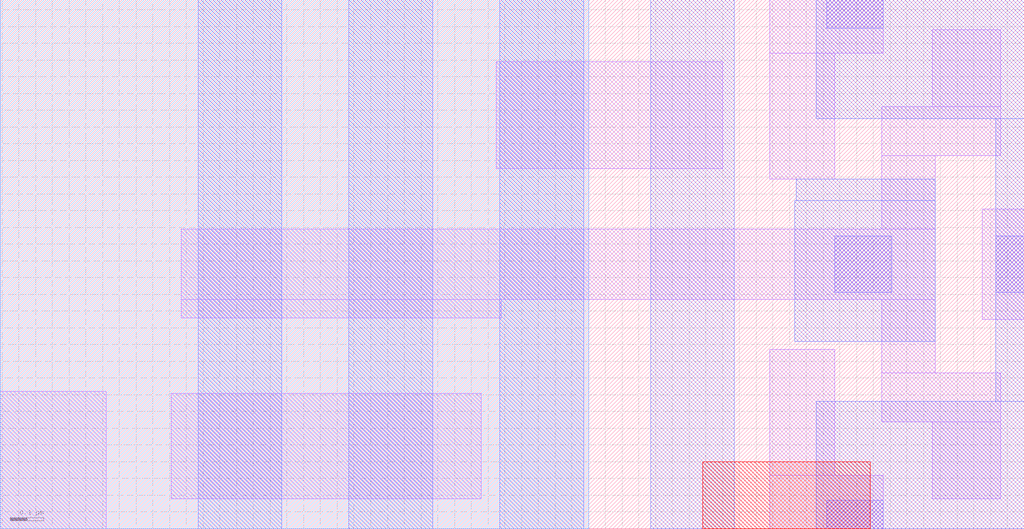
<source format=lef>
# Copyright 2020 The SkyWater PDK Authors
#
# Licensed under the Apache License, Version 2.0 (the "License");
# you may not use this file except in compliance with the License.
# You may obtain a copy of the License at
#
#     https://www.apache.org/licenses/LICENSE-2.0
#
# Unless required by applicable law or agreed to in writing, software
# distributed under the License is distributed on an "AS IS" BASIS,
# WITHOUT WARRANTIES OR CONDITIONS OF ANY KIND, either express or implied.
# See the License for the specific language governing permissions and
# limitations under the License.
#
# SPDX-License-Identifier: Apache-2.0

VERSION 5.7 ;
  NOWIREEXTENSIONATPIN ON ;
  DIVIDERCHAR "/" ;
  BUSBITCHARS "[]" ;
MACRO sky130_fd_bd_sram__sram_dp_swldrv_base
  CLASS BLOCK ;
  FOREIGN sky130_fd_bd_sram__sram_dp_swldrv_base ;
  ORIGIN  3.055000  0.000000 ;
  SIZE  3.055000 BY  1.580000 ;
  OBS
    LAYER li1 ;
      RECT -3.055000 0.000000 -2.740000 0.410000 ;
      RECT -2.545000 0.090000 -1.620000 0.405000 ;
      RECT -2.515000 0.630000 -1.560000 0.685000 ;
      RECT -2.515000 0.685000 -0.265000 0.895000 ;
      RECT -1.575000 1.075000 -0.900000 1.395000 ;
      RECT -0.760000 0.000000 -0.420000 0.160000 ;
      RECT -0.760000 0.160000 -0.565000 0.535000 ;
      RECT -0.760000 1.045000 -0.565000 1.420000 ;
      RECT -0.760000 1.420000 -0.420000 1.580000 ;
      RECT -0.425000 0.320000 -0.070000 0.465000 ;
      RECT -0.425000 0.465000 -0.265000 0.685000 ;
      RECT -0.425000 0.895000 -0.265000 1.115000 ;
      RECT -0.425000 1.115000 -0.070000 1.260000 ;
      RECT -0.275000 0.090000 -0.070000 0.320000 ;
      RECT -0.275000 1.260000 -0.070000 1.490000 ;
      RECT -0.125000 0.625000  0.000000 0.955000 ;
    LAYER mcon ;
      RECT -0.590000 0.000000 -0.420000 0.085000 ;
      RECT -0.590000 1.495000 -0.420000 1.580000 ;
      RECT -0.565000 0.705000 -0.395000 0.875000 ;
      RECT -0.085000 0.705000  0.000000 0.875000 ;
    LAYER met1 ;
      RECT -2.465000 0.000000 -2.215000 1.580000 ;
      RECT -2.015000 0.000000 -1.765000 1.580000 ;
      RECT -1.565000 0.000000 -1.315000 1.580000 ;
      RECT -1.115000 0.000000 -0.865000 1.580000 ;
      RECT -0.685000 0.560000 -0.265000 0.980000 ;
      RECT -0.680000 0.980000 -0.265000 1.045000 ;
      RECT -0.620000 0.000000  0.000000 0.380000 ;
      RECT -0.620000 1.225000  0.000000 1.580000 ;
      RECT -0.085000 0.380000  0.000000 1.225000 ;
    LAYER nwell ;
      RECT -3.055000 0.000000 -1.300000 1.580000 ;
    LAYER pwell ;
      RECT -0.960000 0.000000 -0.460000 0.200000 ;
  END
END sky130_fd_bd_sram__sram_dp_swldrv_base
END LIBRARY

</source>
